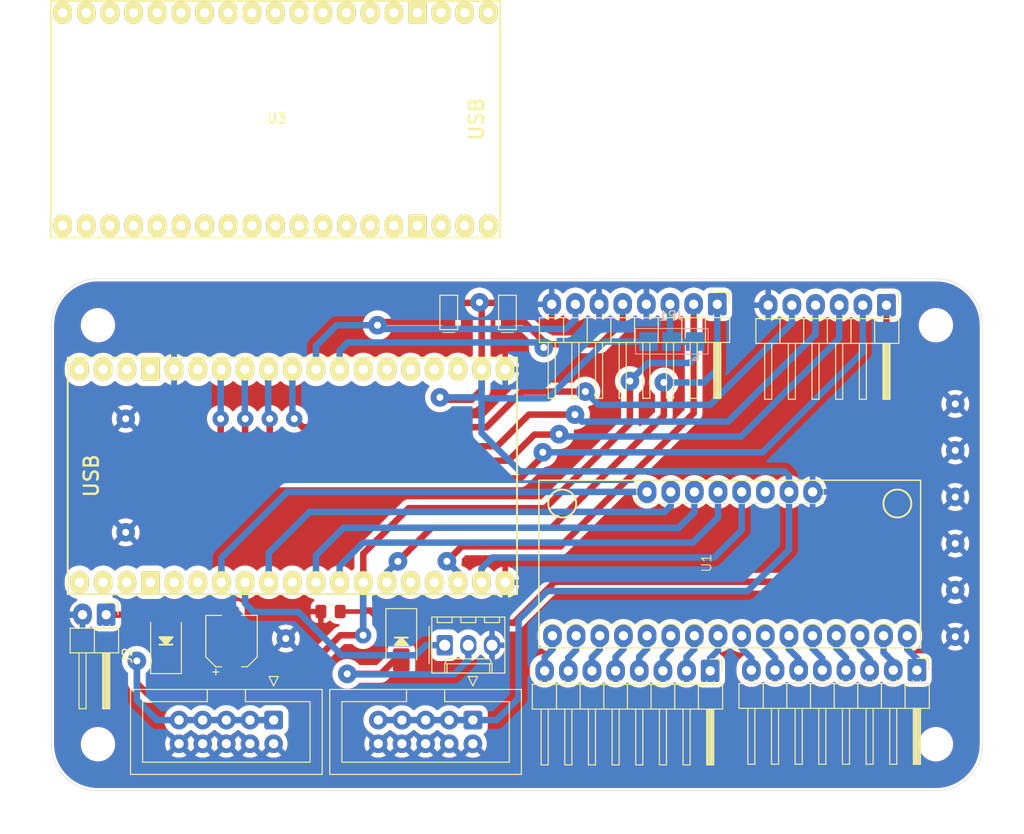
<source format=kicad_pcb>
(kicad_pcb (version 20240108) (generator "pcbnew") (generator_version "8.0")
  (layers (0 "F.Cu" signal) (31 "B.Cu" signal) (34 "B.Paste" user) (35 "F.Paste" user) (36 "B.SilkS" user "B.Silkscreen") (37 "F.SilkS" user "F.Silkscreen") (38 "B.Mask" user) (39 "F.Mask" user) (44 "Edge.Cuts" user))
  (net 0 "")
  (net 1 "GND")
  (net 2 "+5V")
  (net 3 "Net-(D1-A)")
  (net 4 "Net-(D2-A)")
  (net 5 "Net-(J6-Pin_8)")
  (net 6 "Net-(J6-Pin_1)")
  (net 7 "Net-(J6-Pin_5)")
  (net 8 "Net-(J6-Pin_2)")
  (net 9 "Net-(J6-Pin_7)")
  (net 10 "Net-(J6-Pin_6)")
  (net 11 "Net-(J6-Pin_3)")
  (net 12 "Net-(J6-Pin_4)")
  (net 13 "Net-(J7-Pin_7)")
  (net 14 "Net-(J7-Pin_4)")
  (net 15 "Net-(J7-Pin_5)")
  (net 16 "Net-(J7-Pin_2)")
  (net 17 "Net-(J7-Pin_3)")
  (net 18 "Net-(J7-Pin_6)")
  (net 19 "Net-(J7-Pin_1)")
  (net 20 "Net-(J7-Pin_8)")
  (net 21 "/MA1")
  (net 22 "/MB2")
  (net 23 "/MB1")
  (net 24 "/MA2")
  (net 25 "/Button1")
  (net 26 "/Button2")
  (net 27 "/ESC")
  (net 28 "/SDA")
  (net 29 "/SCL")
  (net 30 "+3.3V")
  (net 32 "/S3")
  (net 33 "/S2")
  (net 34 "/SIG")
  (net 35 "/S0")
  (net 36 "/S1")
  (net 49 "unconnected-(U2-GPIO35-Pad7)")
  (net 50 "Net-(J1-Pin_3)")
  (net 51 "unconnected-(U2-GPIO34-Pad6)")
  (footprint "" (layer "F.Cu") (at 108.5 117.6)
    (property "Reference" "" (at 0 0 0) (layer "F.SilkS") (effects (font (size 1.27 1.27))))
    (property "Value" "")
    (pad "" thru_hole circle (at 0 0) (size 2 2) (drill 0.75) (layers "*.Cu" "*.Mask") (net 1 "GND"))
  )
  (footprint "MountingHole:MountingHole_3.2mm_M3_DIN965" (layer "F.Cu") (at 105.52 95.35)
    (property "Reference" "H1" (hide yes))
    (property "Value" "MountingHole" (hide yes))
    (pad "" np_thru_hole circle (at 0 0) (size 3.2 3.2) (drill 3.2) (layers "*.Cu" "*.Mask"))
  )
  (footprint "Connector_IDC:IDC-Header_2x05_P2.54mm_Vertical" (layer "F.Cu") (at 145.79 137.76 -90)
    (property "Reference" "P2" (hide yes))
    (property "Value" "3.3v_Pins")
    (pad "1" thru_hole roundrect (at 0 0 270) (size 2 2) (drill 1) (layers "*.Cu" "*.Mask") (roundrect_rratio 0.147059) (net 30 "+3.3V"))
    (pad "2" thru_hole circle (at 2.54 0 270) (size 2 2) (drill 1) (layers "*.Cu" "*.Mask") (net 1 "GND"))
    (pad "3" thru_hole circle (at 0 2.54 270) (size 2 2) (drill 1) (layers "*.Cu" "*.Mask") (net 30 "+3.3V"))
    (pad "4" thru_hole circle (at 2.54 2.54 270) (size 2 2) (drill 1) (layers "*.Cu" "*.Mask") (net 1 "GND"))
    (pad "5" thru_hole circle (at 0 5.08 270) (size 2 2) (drill 1) (layers "*.Cu" "*.Mask") (net 30 "+3.3V"))
    (pad "6" thru_hole circle (at 2.54 5.08 270) (size 2 2) (drill 1) (layers "*.Cu" "*.Mask") (net 1 "GND"))
    (pad "7" thru_hole circle (at 0 7.62 270) (size 2 2) (drill 1) (layers "*.Cu" "*.Mask") (net 30 "+3.3V"))
    (pad "8" thru_hole circle (at 2.54 7.62 270) (size 2 2) (drill 1) (layers "*.Cu" "*.Mask") (net 1 "GND"))
    (pad "9" thru_hole circle (at 0 10.16 270) (size 2 2) (drill 1) (layers "*.Cu" "*.Mask") (net 30 "+3.3V"))
    (pad "10" thru_hole circle (at 2.54 10.16 270) (size 2 2) (drill 1) (layers "*.Cu" "*.Mask") (net 1 "GND"))
  )
  (footprint "Diode_SMD:D_SMA" (layer "F.Cu") (at 138.1 129.3 -90)
    (property "Reference" "D2" (hide yes))
    (property "Value" "1N5819")
    (pad "1" smd roundrect (at -2 0 270) (size 2.5 1.8) (layers "F.Cu" "F.Paste" "F.Mask") (roundrect_rratio 0.1388888889) (net 2 "+5V"))
    (pad "2" smd roundrect (at 2 0 270) (size 2.5 1.8) (layers "F.Cu" "F.Paste" "F.Mask") (roundrect_rratio 0.1388888889) (net 4 "Net-(D2-A)"))
  )
  (footprint "" (layer "F.Cu") (at 197.6 103.8)
    (property "Reference" "" (at 0 0 0) (layer "F.SilkS") (effects (font (size 1.27 1.27))))
    (property "Value" "")
    (pad "" thru_hole circle (at 0 0) (size 2 2) (drill 0.75) (layers "*.Cu" "*.Mask") (net 1 "GND"))
  )
  (footprint "Connector_PinHeader_2.54mm:PinHeader_1x08_P2.54mm_Horizontal" (layer "F.Cu") (at 172.04 93.1 -90)
    (property "Reference" "J1" (hide yes))
    (property "Value" "Interface")
    (pad "1" thru_hole roundrect (at 0 0 270) (size 2.4 2) (drill 1) (layers "*.Cu" "*.Mask") (roundrect_rratio 0.125) (net 28 "/SDA"))
    (pad "2" thru_hole oval (at 0 2.54 270) (size 2.4 2) (drill 1) (layers "*.Cu" "*.Mask") (net 29 "/SCL"))
    (pad "3" thru_hole oval (at 0 5.08 270) (size 2.4 2) (drill 1) (layers "*.Cu" "*.Mask") (net 50 "Net-(J1-Pin_3)"))
    (pad "4" thru_hole oval (at 0 7.62 270) (size 2.4 2) (drill 1) (layers "*.Cu" "*.Mask") (net 1 "GND"))
    (pad "5" thru_hole oval (at 0 10.16 270) (size 2.4 2) (drill 1) (layers "*.Cu" "*.Mask") (net 25 "/Button1"))
    (pad "6" thru_hole oval (at 0 12.7 270) (size 2.4 2) (drill 1) (layers "*.Cu" "*.Mask") (net 1 "GND"))
    (pad "7" thru_hole oval (at 0 15.24 270) (size 2.4 2) (drill 1) (layers "*.Cu" "*.Mask") (net 26 "/Button2"))
    (pad "8" thru_hole oval (at 0 17.78 270) (size 2.4 2) (drill 1) (layers "*.Cu" "*.Mask") (net 1 "GND"))
  )
  (footprint "Connector_PinHeader_2.54mm:PinHeader_1x02_P2.54mm_Horizontal" (layer "F.Cu") (at 106.405 126.44 -90)
    (property "Reference" "J2" (at 4.385 -2.27 90) (layer "F.SilkS"))
    (property "Value" "Vss")
    (pad "1" thru_hole roundrect (at 0 0 270) (size 2.4 2) (drill 1) (layers "*.Cu" "*.Mask") (roundrect_rratio 0.1470588235) (net 3 "Net-(D1-A)"))
    (pad "2" thru_hole oval (at 0 2.54 270) (size 2.4 2) (drill 1) (layers "*.Cu" "*.Mask") (net 1 "GND") (thermal_bridge_width 0.7) (thermal_gap 0.4))
  )
  (footprint "MixLib:Nodemcu_ESP32S_38pin" (layer "F.Cu") (at 126.4 111.53 180)
    (property "Reference" "U2" (hide yes))
    (property "Value" "ESP32_NODEMCU" (hide yes))
    (fp_text user "USB" (at 21.59 0 90) (layer "F.SilkS") (effects (font (size 1.524 1.524) (thickness 0.254))))
    (pad "1" thru_hole oval (at -22.86 11.43) (size 2 2.4) (drill 1) (layers "*.Cu" "*.Mask" "F.SilkS") (net 1 "GND"))
    (pad "2" thru_hole oval (at -20.32 11.43) (size 2 2.4) (drill 1) (layers "*.Cu" "*.Mask" "F.SilkS") (net 30 "+3.3V"))
    (pad "3" thru_hole oval (at -17.78 11.43) (size 2 2.4) (drill 1) (layers "*.Cu" "*.Mask" "F.SilkS"))
    (pad "4" thru_hole oval (at -15.24 11.43) (size 2 2.4) (drill 1) (layers "*.Cu" "*.Mask" "F.SilkS"))
    (pad "5" thru_hole oval (at -12.7 11.43) (size 2 2.4) (drill 1) (layers "*.Cu" "*.Mask" "F.SilkS"))
    (pad "6" thru_hole oval (at -10.16 11.43) (size 2 2.4) (drill 1) (layers "*.Cu" "*.Mask" "F.SilkS") (net 51 "unconnected-(U2-GPIO34-Pad6)"))
    (pad "7" thru_hole oval (at -7.62 11.43) (size 2 2.4) (drill 1) (layers "*.Cu" "*.Mask" "F.SilkS") (net 49 "unconnected-(U2-GPIO35-Pad7)"))
    (pad "8" thru_hole oval (at -5.08 11.43) (size 2 2.4) (drill 1) (layers "*.Cu" "*.Mask" "F.SilkS") (net 25 "/Button1"))
    (pad "9" thru_hole oval (at -2.54 11.43) (size 2 2.4) (drill 1) (layers "*.Cu" "*.Mask" "F.SilkS") (net 26 "/Button2"))
    (pad "10" thru_hole oval (at 0 11.43) (size 2 2.4) (drill 1) (layers "*.Cu" "*.Mask" "F.SilkS") (net 21 "/MA1"))
    (pad "11" thru_hole oval (at 2.54 11.43) (size 2 2.4) (drill 1) (layers "*.Cu" "*.Mask" "F.SilkS") (net 24 "/MA2"))
    (pad "12" thru_hole oval (at 5.08 11.43) (size 2 2.4) (drill 1) (layers "*.Cu" "*.Mask" "F.SilkS") (net 23 "/MB1"))
    (pad "13" thru_hole oval (at 7.62 11.43) (size 2 2.4) (drill 1) (layers "*.Cu" "*.Mask" "F.SilkS") (net 22 "/MB2"))
    (pad "14" thru_hole oval (at 10.16 11.43) (size 2 2.4) (drill 1) (layers "*.Cu" "*.Mask" "F.SilkS"))
    (pad "15" thru_hole oval (at 12.7 11.43) (size 2 2.4) (drill 1) (layers "*.Cu" "*.Mask" "F.SilkS") (net 1 "GND"))
    (pad "16" thru_hole roundrect (at 15.24 11.43) (size 2 2.4) (drill 1) (layers "*.Cu" "*.Mask" "F.SilkS") (roundrect_rratio 0.125))
    (pad "17" thru_hole oval (at 17.78 11.43) (size 2 2.4) (drill 1) (layers "*.Cu" "*.Mask" "F.SilkS"))
    (pad "18" thru_hole oval (at 20.32 11.43) (size 2 2.4) (drill 1) (layers "*.Cu" "*.Mask" "F.SilkS"))
    (pad "19" thru_hole oval (at 22.86 11.43) (size 2 2.4) (drill 1) (layers "*.Cu" "*.Mask" "F.SilkS"))
    (pad "20" thru_hole oval (at 22.86 -11.43) (size 2 2.4) (drill 1) (layers "*.Cu" "*.Mask" "F.SilkS"))
    (pad "21" thru_hole oval (at 20.32 -11.43) (size 2 2.4) (drill 1) (layers "*.Cu" "*.Mask" "F.SilkS"))
    (pad "22" thru_hole oval (at 17.78 -11.43) (size 2 2.4) (drill 1) (layers "*.Cu" "*.Mask" "F.SilkS"))
    (pad "23" thru_hole roundrect (at 15.24 -11.43) (size 2 2.4) (drill 1) (layers "*.Cu" "*.Mask" "F.SilkS") (roundrect_rratio 0.125))
    (pad "24" thru_hole oval (at 12.7 -11.43) (size 2 2.4) (drill 1) (layers "*.Cu" "*.Mask" "F.SilkS"))
    (pad "25" thru_hole oval (at 10.16 -11.43) (size 2 2.4) (drill 1) (layers "*.Cu" "*.Mask" "F.SilkS"))
    (pad "26" thru_hole oval (at 7.62 -11.43) (size 2 2.4) (drill 1) (layers "*.Cu" "*.Mask" "F.SilkS") (net 34 "/SIG"))
    (pad "27" thru_hole oval (at 5.08 -11.43) (size 2 2.4) (drill 1) (layers "*.Cu" "*.Mask" "F.SilkS") (net 27 "/ESC"))
    (pad "28" thru_hole oval (at 2.54 -11.43) (size 2 2.4) (drill 1) (layers "*.Cu" "*.Mask" "F.SilkS") (net 32 "/S3"))
    (pad "29" thru_hole oval (at 0 -11.43) (size 2 2.4) (drill 1) (layers "*.Cu" "*.Mask" "F.SilkS"))
    (pad "30" thru_hole oval (at -2.54 -11.43) (size 2 2.4) (drill 1) (layers "*.Cu" "*.Mask" "F.SilkS") (net 33 "/S2"))
    (pad "31" thru_hole oval (at -5.08 -11.43) (size 2 2.4) (drill 1) (layers "*.Cu" "*.Mask" "F.SilkS") (net 36 "/S1"))
    (pad "32" thru_hole oval (at -7.62 -11.43) (size 2 2.4) (drill 1) (layers "*.Cu" "*.Mask" "F.SilkS") (net 2 "+5V"))
    (pad "33" thru_hole oval (at -10.16 -11.43) (size 2 2.4) (drill 1) (layers "*.Cu" "*.Mask" "F.SilkS") (net 28 "/SDA"))
    (pad "34" thru_hole oval (at -12.7 -11.43) (size 2 2.4) (drill 1) (layers "*.Cu" "*.Mask" "F.SilkS"))
    (pad "35" thru_hole oval (at -15.24 -11.43) (size 2 2.4) (drill 1) (layers "*.Cu" "*.Mask" "F.SilkS"))
    (pad "36" thru_hole oval (at -17.78 -11.43) (size 2 2.4) (drill 1) (layers "*.Cu" "*.Mask" "F.SilkS") (net 29 "/SCL"))
    (pad "37" thru_hole oval (at -20.32 -11.43) (size 2 2.4) (drill 1) (layers "*.Cu" "*.Mask" "F.SilkS") (net 35 "/S0"))
    (pad "38" thru_hole oval (at -22.86 -11.43) (size 2 2.4) (drill 1) (layers "*.Cu" "*.Mask" "F.SilkS") (net 1 "GND"))
  )
  (footprint "Connector_PinHeader_2.54mm:PinHeader_1x08_P2.54mm_Horizontal" (layer "F.Cu") (at 171.28 132.475 -90)
    (property "Reference" "J6" (hide yes))
    (property "Value" "MUX_header1")
    (pad "1" thru_hole roundrect (at 0 0 270) (size 2.4 2) (drill 1) (layers "*.Cu" "*.Mask") (roundrect_rratio 0.125) (net 6 "Net-(J6-Pin_1)"))
    (pad "2" thru_hole oval (at 0 2.54 270) (size 2.4 2) (drill 1) (layers "*.Cu" "*.Mask") (net 8 "Net-(J6-Pin_2)"))
    (pad "3" thru_hole oval (at 0 5.08 270) (size 2.4 2) (drill 1) (layers "*.Cu" "*.Mask") (net 11 "Net-(J6-Pin_3)"))
    (pad "4" thru_hole oval (at 0 7.62 270) (size 2.4 2) (drill 1) (layers "*.Cu" "*.Mask") (net 12 "Net-(J6-Pin_4)"))
    (pad "5" thru_hole oval (at 0 10.16 270) (size 2.4 2) (drill 1) (layers "*.Cu" "*.Mask") (net 7 "Net-(J6-Pin_5)"))
    (pad "6" thru_hole oval (at 0 12.7 270) (size 2.4 2) (drill 1) (layers "*.Cu" "*.Mask") (net 10 "Net-(J6-Pin_6)"))
    (pad "7" thru_hole oval (at 0 15.24 270) (size 2.4 2) (drill 1) (layers "*.Cu" "*.Mask") (net 9 "Net-(J6-Pin_7)"))
    (pad "8" thru_hole oval (at 0 17.78 270) (size 2.4 2) (drill 1) (layers "*.Cu" "*.Mask") (net 5 "Net-(J6-Pin_8)"))
  )
  (footprint "" (layer "F.Cu") (at 197.6 113.8)
    (property "Reference" "" (at 0 0 0) (layer "F.SilkS") (effects (font (size 1.27 1.27))))
    (property "Value" "")
    (pad "" thru_hole circle (at 0 0) (size 2 2) (drill 0.75) (layers "*.Cu" "*.Mask") (net 1 "GND"))
  )
  (footprint "MixLib:HP4067_module" (layer "F.Cu") (at 173.18 120.95 90)
    (property "Reference" "U1" (at 0.05 -2.3 90) (layer "F.SilkS") (effects (font (thickness 0.1))))
    (property "Value" "MUX 4067")
    (pad "1" thru_hole oval (at -7.75 -18.84 90) (size 2.4 2) (drill 1) (layers "*.Cu" "*.Mask") (net 5 "Net-(J6-Pin_8)"))
    (pad "2" thru_hole oval (at -7.75 -16.3 90) (size 2.4 2) (drill 1) (layers "*.Cu" "*.Mask") (net 9 "Net-(J6-Pin_7)"))
    (pad "3" thru_hole oval (at -7.75 -13.76 90) (size 2.4 2) (drill 1) (layers "*.Cu" "*.Mask") (net 10 "Net-(J6-Pin_6)"))
    (pad "4" thru_hole oval (at -7.75 -11.22 90) (size 2.4 2) (drill 1) (layers "*.Cu" "*.Mask") (net 7 "Net-(J6-Pin_5)"))
    (pad "5" thru_hole oval (at -7.75 -8.68 90) (size 2.4 2) (drill 1) (layers "*.Cu" "*.Mask") (net 12 "Net-(J6-Pin_4)"))
    (pad "6" thru_hole oval (at -7.75 -6.14 90) (size 2.4 2) (drill 1) (layers "*.Cu" "*.Mask") (net 11 "Net-(J6-Pin_3)"))
    (pad "7" thru_hole oval (at -7.75 -3.6 90) (size 2.4 2) (drill 1) (layers "*.Cu" "*.Mask") (net 8 "Net-(J6-Pin_2)"))
    (pad "8" thru_hole oval (at -7.75 -1.06 90) (size 2.4 2) (drill 1) (layers "*.Cu" "*.Mask") (net 6 "Net-(J6-Pin_1)"))
    (pad "9" thru_hole oval (at -7.75 1.48 90) (size 2.4 2) (drill 1) (layers "*.Cu" "*.Mask") (net 20 "Net-(J7-Pin_8)"))
    (pad "10" thru_hole oval (at -7.75 4.02 90) (size 2.4 2) (drill 1) (layers "*.Cu" "*.Mask") (net 13 "Net-(J7-Pin_7)"))
    (pad "11" thru_hole oval (at -7.75 6.56 90) (size 2.4 2) (drill 1) (layers "*.Cu" "*.Mask") (net 18 "Net-(J7-Pin_6)"))
    (pad "12" thru_hole oval (at -7.75 9.1 90) (size 2.4 2) (drill 1) (layers "*.Cu" "*.Mask") (net 15 "Net-(J7-Pin_5)"))
    (pad "13" thru_hole oval (at -7.75 11.64 90) (size 2.4 2) (drill 1) (layers "*.Cu" "*.Mask") (net 14 "Net-(J7-Pin_4)"))
    (pad "14" thru_hole oval (at -7.75 14.18 90) (size 2.4 2) (drill 1) (layers "*.Cu" "*.Mask") (net 17 "Net-(J7-Pin_3)"))
    (pad "15" thru_hole oval (at -7.75 16.72 90) (size 2.4 2) (drill 1) (layers "*.Cu" "*.Mask") (net 16 "Net-(J7-Pin_2)"))
    (pad "16" thru_hole oval (at -7.75 19.26 90) (size 2.4 2) (drill 1) (layers "*.Cu" "*.Mask") (net 19 "Net-(J7-Pin_1)"))
    (pad "17" thru_hole oval (at 7.7 -8.68 90) (size 2.4 2) (drill 1) (layers "*.Cu" "*.Mask") (net 34 "/SIG"))
    (pad "18" thru_hole oval (at 7.7 -6.14 90) (size 2.4 2) (drill 1) (layers "*.Cu" "*.Mask") (net 32 "/S3"))
    (pad "19" thru_hole oval (at 7.7 -3.6 90) (size 2.4 2) (drill 1) (layers "*.Cu" "*.Mask") (net 33 "/S2"))
    (pad "20" thru_hole oval (at 7.7 -1.06 90) (size 2.4 2) (drill 1) (layers "*.Cu" "*.Mask") (net 36 "/S1"))
    (pad "21" thru_hole oval (at 7.7 1.48 90) (size 2.4 2) (drill 1) (layers "*.Cu" "*.Mask") (net 35 "/S0"))
    (pad "22" thru_hole oval (at 7.7 4.02 90) (size 2.4 2) (drill 1) (layers "*.Cu" "*.Mask"))
    (pad "23" thru_hole oval (at 7.7 6.56 90) (size 2.4 2) (drill 1) (layers "*.Cu" "*.Mask") (net 30 "+3.3V"))
    (pad "24" thru_hole oval (at 7.7 9.1 90) (size 2.4 2) (drill 1) (layers "*.Cu" "*.Mask") (net 1 "GND"))
  )
  (footprint "Connector_PinHeader_2.54mm:PinHeader_1x08_P2.54mm_Horizontal" (layer "F.Cu") (at 193.48 132.4 -90)
    (property "Reference" "J7" (hide yes))
    (property "Value" "MUX_header2")
    (pad "1" thru_hole roundrect (at 0 0 270) (size 2.4 2) (drill 1) (layers "*.Cu" "*.Mask") (roundrect_rratio 0.125) (net 19 "Net-(J7-Pin_1)"))
    (pad "2" thru_hole oval (at 0 2.54 270) (size 2.4 2) (drill 1) (layers "*.Cu" "*.Mask") (net 16 "Net-(J7-Pin_2)"))
    (pad "3" thru_hole oval (at 0 5.08 270) (size 2.4 2) (drill 1) (layers "*.Cu" "*.Mask") (net 17 "Net-(J7-Pin_3)"))
    (pad "4" thru_hole oval (at 0 7.62 270) (size 2.4 2) (drill 1) (layers "*.Cu" "*.Mask") (net 14 "Net-(J7-Pin_4)"))
    (pad "5" thru_hole oval (at 0 10.16 270) (size 2.4 2) (drill 1) (layers "*.Cu" "*.Mask") (net 15 "Net-(J7-Pin_5)"))
    (pad "6" thru_hole oval (at 0 12.7 270) (size 2.4 2) (drill 1) (layers "*.Cu" "*.Mask") (net 18 "Net-(J7-Pin_6)"))
    (pad "7" thru_hole oval (at 0 15.24 270) (size 2.4 2) (drill 1) (layers "*.Cu" "*.Mask") (net 13 "Net-(J7-Pin_7)"))
    (pad "8" thru_hole oval (at 0 17.78 270) (size 2.4 2) (drill 1) (layers "*.Cu" "*.Mask") (net 20 "Net-(J7-Pin_8)"))
  )
  (footprint "PCM_Resistor_SMD_AKL:R_0805_2012Metric_Pad1.15x1.40mm_HandSolder" (layer "F.Cu") (at 149.5 93.975 -90)
    (property "Reference" "R1" (hide yes))
    (property "Value" "10k")
    (pad "1" smd roundrect (at -1.025 0 270) (size 1.15 1.4) (layers "F.Cu" "F.Paste" "F.Mask") (roundrect_rratio 0.217391) (net 30 "+3.3V"))
    (pad "2" smd roundrect (at 1.025 0 270) (size 1.15 1.4) (layers "F.Cu" "F.Paste" "F.Mask") (roundrect_rratio 0.217391) (net 25 "/Button1"))
  )
  (footprint "Connector_PinHeader_2.54mm:PinHeader_1x06_P2.54mm_Horizontal" (layer "F.Cu") (at 190.21 93.2 -90)
    (property "Reference" "J5" (hide yes))
    (property "Value" "Driver")
    (pad "1" thru_hole roundrect (at 0 0 270) (size 2.4 2) (drill 1) (layers "*.Cu" "*.Mask") (roundrect_rratio 0.125) (net 2 "+5V"))
    (pad "2" thru_hole oval (at 0 2.54 270) (size 2.4 2) (drill 1) (layers "*.Cu" "*.Mask") (net 22 "/MB2"))
    (pad "3" thru_hole oval (at 0 5.08 270) (size 2.4 2) (drill 1) (layers "*.Cu" "*.Mask") (net 23 "/MB1"))
    (pad "4" thru_hole oval (at 0 7.62 270) (size 2.4 2) (drill 1) (layers "*.Cu" "*.Mask") (net 24 "/MA2"))
    (pad "5" thru_hole oval (at 0 10.16 270) (size 2.4 2) (drill 1) (layers "*.Cu" "*.Mask") (net 21 "/MA1"))
    (pad "6" thru_hole oval (at 0 12.7 270) (size 2.4 2) (drill 1) (layers "*.Cu" "*.Mask") (net 1 "GND"))
  )
  (footprint "" (layer "F.Cu") (at 108.5 105.4)
    (property "Reference" "" (at 0 0 0) (layer "F.SilkS") (effects (font (size 1.27 1.27))))
    (property "Value" "")
    (pad "" thru_hole circle (at 0 0) (size 2 2) (drill 0.75) (layers "*.Cu" "*.Mask") (net 1 "GND"))
  )
  (footprint "MountingHole:MountingHole_3.2mm_M3_DIN965" (layer "F.Cu") (at 195.52 140.35)
    (property "Reference" "H4" (hide yes))
    (property "Value" "MountingHole")
    (pad "" np_thru_hole circle (at 0 0) (size 3.2 3.2) (drill 3.2) (layers "*.Cu" "*.Mask"))
  )
  (footprint "PCM_Resistor_SMD_AKL:R_0805_2012Metric_Pad1.15x1.40mm_HandSolder" (layer "F.Cu") (at 143.2 93.975 -90)
    (property "Reference" "R2" (hide yes))
    (property "Value" "10k")
    (pad "1" smd roundrect (at -1.025 0 270) (size 1.15 1.4) (layers "F.Cu" "F.Paste" "F.Mask") (roundrect_rratio 0.217391) (net 30 "+3.3V"))
    (pad "2" smd roundrect (at 1.025 0 270) (size 1.15 1.4) (layers "F.Cu" "F.Paste" "F.Mask") (roundrect_rratio 0.217391) (net 26 "/Button2"))
  )
  (footprint "Capacitor_SMD:C_0805_2012Metric_Pad1.18x1.45mm_HandSolder" (layer "F.Cu") (at 130.5 126.1 180)
    (property "Reference" "C2" (hide yes))
    (property "Value" "100nF")
    (pad "1" smd roundrect (at -1.0375 0 180) (size 1.175 1.45) (layers "F.Cu" "F.Paste" "F.Mask") (roundrect_rratio 0.212766) (net 2 "+5V"))
    (pad "2" smd roundrect (at 1.0375 0 180) (size 1.175 1.45) (layers "F.Cu" "F.Paste" "F.Mask") (roundrect_rratio 0.212766) (net 1 "GND"))
  )
  (footprint "" (layer "F.Cu") (at 125.7 129)
    (property "Reference" "" (at 0 0 0) (layer "F.SilkS") (effects (font (size 1.27 1.27))))
    (property "Value" "")
    (pad "" thru_hole circle (at 0 0) (size 2 2) (drill 0.75) (layers "*.Cu" "*.Mask") (net 1 "GND"))
  )
  (footprint "" (layer "F.Cu") (at 197.6 118.8)
    (property "Reference" "" (at 0 0 0) (layer "F.SilkS") (effects (font (size 1.27 1.27))))
    (property "Value" "")
    (pad "" thru_hole circle (at 0 0) (size 2 2) (drill 0.75) (layers "*.Cu" "*.Mask") (net 1 "GND"))
  )
  (footprint "Connector_IDC:IDC-Header_2x05_P2.54mm_Vertical" (layer "F.Cu") (at 124.39 137.76 -90)
    (property "Reference" "P1" (hide yes))
    (property "Value" "5v_Pins")
    (pad "1" thru_hole roundrect (at 0 0 270) (size 2 2) (drill 1) (layers "*.Cu" "*.Mask") (roundrect_rratio 0.147059) (net 2 "+5V"))
    (pad "2" thru_hole circle (at 2.54 0 270) (size 2 2) (drill 1) (layers "*.Cu" "*.Mask") (net 1 "GND"))
    (pad "3" thru_hole circle (at 0 2.54 270) (size 2 2) (drill 1) (layers "*.Cu" "*.Mask") (net 2 "+5V"))
    (pad "4" thru_hole circle (at 2.54 2.54 270) (size 2 2) (drill 1) (layers "*.Cu" "*.Mask") (net 1 "GND"))
    (pad "5" thru_hole circle (at 0 5.08 270) (size 2 2) (drill 1) (layers "*.Cu" "*.Mask") (net 2 "+5V"))
    (pad "6" thru_hole circle (at 2.54 5.08 270) (size 2 2) (drill 1) (layers "*.Cu" "*.Mask") (net 1 "GND"))
    (pad "7" thru_hole circle (at 0 7.62 270) (size 2 2) (drill 1) (layers "*.Cu" "*.Mask") (net 2 "+5V"))
    (pad "8" thru_hole circle (at 2.54 7.62 270) (size 2 2) (drill 1) (layers "*.Cu" "*.Mask") (net 1 "GND"))
    (pad "9" thru_hole circle (at 0 10.16 270) (size 2 2) (drill 1) (layers "*.Cu" "*.Mask") (net 2 "+5V"))
    (pad "10" thru_hole circle (at 2.54 10.16 270) (size 2 2) (drill 1) (layers "*.Cu" "*.Mask") (net 1 "GND"))
  )
  (footprint "Capacitor_SMD:CP_Elec_5x4.5" (layer "F.Cu") (at 119.87 129.2775 90)
    (property "Reference" "C1" (hide yes))
    (property "Value" "100uF")
    (pad "1" smd roundrect (at -2.2 0 90) (size 3 1.6) (layers "F.Cu" "F.Paste" "F.Mask") (roundrect_rratio 0.15625) (net 2 "+5V"))
    (pad "2" smd roundrect (at 2.2 0 90) (size 3 1.6) (layers "F.Cu" "F.Paste" "F.Mask") (roundrect_rratio 0.15625) (net 1 "GND"))
  )
  (footprint "Connector_Molex:Molex_KK-254_AE-6410-03A_1x03_P2.54mm_Vertical" (layer "F.Cu") (at 142.76 129.72)
    (property "Reference" "J4" (hide yes))
    (property "Value" "Conn_01x03_Pin" (hide yes))
    (pad "1" thru_hole roundrect (at 0 0) (size 1.74 2.19) (drill 1.19) (layers "*.Cu" "*.Mask") (roundrect_rratio 0.143678) (net 27 "/ESC"))
    (pad "2" thru_hole oval (at 2.54 0) (size 1.74 2.19) (drill 1.19) (layers "*.Cu" "*.Mask") (net 4 "Net-(D2-A)"))
    (pad "3" thru_hole oval (at 5.08 0) (size 1.74 2.19) (drill 1.19) (layers "*.Cu" "*.Mask") (net 1 "GND"))
  )
  (footprint "Diode_SMD:D_SMA" (layer "F.Cu") (at 112.83 129.255 90)
    (property "Reference" "D1" (hide yes))
    (property "Value" "1N5819")
    (pad "1" smd roundrect (at -2 0 90) (size 2.5 1.8) (layers "F.Cu" "F.Paste" "F.Mask") (roundrect_rratio 0.1388888889) (net 2 "+5V"))
    (pad "2" smd roundrect (at 2 0 90) (size 2.5 1.8) (layers "F.Cu" "F.Paste" "F.Mask") (roundrect_rratio 0.1388888889) (net 3 "Net-(D1-A)"))
  )
  (footprint "" (layer "F.Cu") (at 197.6 123.8)
    (property "Reference" "" (at 0 0 0) (layer "F.SilkS") (effects (font (size 1.27 1.27))))
    (property "Value" "")
    (pad "" thru_hole circle (at 0 0) (size 2 2) (drill 0.75) (layers "*.Cu" "*.Mask") (net 1 "GND"))
  )
  (footprint "MountingHole:MountingHole_3.2mm_M3_DIN965" (layer "F.Cu") (at 105.52 140.35)
    (property "Reference" "H2" (hide yes))
    (property "Value" "MountingHole" (hide yes))
    (pad "" np_thru_hole circle (at 0 0) (size 3.2 3.2) (drill 3.2) (layers "*.Cu" "*.Mask"))
  )
  (footprint "" (layer "F.Cu") (at 197.6 108.8)
    (property "Reference" "" (at 0 0 0) (layer "F.SilkS") (effects (font (size 1.27 1.27))))
    (property "Value" "")
    (pad "" thru_hole circle (at 0 0) (size 2 2) (drill 0.75) (layers "*.Cu" "*.Mask") (net 1 "GND"))
  )
  (footprint "MixLib:Nodemcu_ESP32S_38pin" (layer "F.Cu") (at 124.59 73.22)
    (property "Reference" "U3" (at 0.127 -0.0635 0) (layer "F.SilkS") (effects (font (size 1.016 1.016) (thickness 0.2032))))
    (property "Value" "~" (hide yes))
    (fp_text user "USB" (at 21.59 0 90) (layer "F.SilkS") (effects (font (size 1.524 1.524) (thickness 0.254))))
    (pad "1" thru_hole oval (at -22.86 11.43 180) (size 2 2.4) (drill 1) (layers "*.Cu" "*.Mask" "F.SilkS") (net 30 "+3.3V"))
    (pad "2" thru_hole oval (at -20.32 11.43 180) (size 2 2.4) (drill 1) (layers "*.Cu" "*.Mask" "F.SilkS"))
    (pad "3" thru_hole oval (at -17.78 11.43 180) (size 2 2.4) (drill 1) (layers "*.Cu" "*.Mask" "F.SilkS"))
    (pad "4" thru_hole oval (at -15.24 11.43 180) (size 2 2.4) (drill 1) (layers "*.Cu" "*.Mask" "F.SilkS"))
    (pad "5" thru_hole oval (at -12.7 11.43 180) (size 2 2.4) (drill 1) (layers "*.Cu" "*.Mask" "F.SilkS"))
    (pad "6" thru_hole oval (at -10.16 11.43 180) (size 2 2.4) (drill 1) (layers "*.Cu" "*.Mask" "F.SilkS"))
    (pad "7" thru_hole oval (at -7.62 11.43 180) (size 2 2.4) (drill 1) (layers "*.Cu" "*.Mask" "F.SilkS") (net 25 "/Button1"))
    (pad "8" thru_hole oval (at -5.08 11.43 180) (size 2 2.4) (drill 1) (layers "*.Cu" "*.Mask" "F.SilkS") (net 26 "/Button2"))
    (pad "9" thru_hole oval (at -2.54 11.43 180) (size 2 2.4) (drill 1) (layers "*.Cu" "*.Mask" "F.SilkS") (net 21 "/MA1"))
    (pad "10" thru_hole oval (at 0 11.43 180) (size 2 2.4) (drill 1) (layers "*.Cu" "*.Mask" "F.SilkS"))
    (pad "11" thru_hole oval (at 2.54 11.43 180) (size 2 2.4) (drill 1) (layers "*.Cu" "*.Mask" "F.SilkS") (net 24 "/MA2"))
    (pad "12" thru_hole oval (at 5.08 11.43 180) (size 2 2.4) (drill 1) (layers "*.Cu" "*.Mask" "F.SilkS") (net 22 "/MB2"))
    (pad "13" thru_hole oval (at 7.62 11.43 180) (size 2 2.4) (drill 1) (layers "*.Cu" "*.Mask" "F.SilkS"))
    (pad "14" thru_hole oval (at 10.16 11.43 180) (size 2 2.4) (drill 1) (layers "*.Cu" "*.Mask" "F.SilkS") (net 1 "GND"))
    (pad "15" thru_hole oval (at 12.7 11.43 180) (size 2 2.4) (drill 1) (layers "*.Cu" "*.Mask" "F.SilkS") (net 1 "GND"))
    (pad "16" thru_hole roundrect (at 15.24 11.43 180) (size 2 2.4) (drill 1) (layers "*.Cu" "*.Mask" "F.SilkS") (roundrect_rratio 0.125))
    (pad "17" thru_hole oval (at 17.78 11.43 180) (size 2 2.4) (drill 1) (layers "*.Cu" "*.Mask" "F.SilkS"))
    (pad "18" thru_hole oval (at 20.32 11.43 180) (size 2 2.4) (drill 1) (layers "*.Cu" "*.Mask" "F.SilkS"))
    (pad "19" thru_hole oval (at 22.86 11.43 180) (size 2 2.4) (drill 1) (layers "*.Cu" "*.Mask" "F.SilkS"))
    (pad "20" thru_hole oval (at 22.86 -11.43 180) (size 2 2.4) (drill 1) (layers "*.Cu" "*.Mask" "F.SilkS"))
    (pad "21" thru_hole oval (at 20.32 -11.43 180) (size 2 2.4) (drill 1) (layers "*.Cu" "*.Mask" "F.SilkS"))
    (pad "22" thru_hole oval (at 17.78 -11.43 180) (size 2 2.4) (drill 1) (layers "*.Cu" "*.Mask" "F.SilkS"))
    (pad "23" thru_hole roundrect (at 15.24 -11.43 180) (size 2 2.4) (drill 1) (layers "*.Cu" "*.Mask" "F.SilkS") (roundrect_rratio 0.125))
    (pad "24" thru_hole oval (at 12.7 -11.43 180) (size 2 2.4) (drill 1) (layers "*.Cu" "*.Mask" "F.SilkS"))
    (pad "25" thru_hole oval (at 10.16 -11.43 180) (size 2 2.4) (drill 1) (layers "*.Cu" "*.Mask" "F.SilkS"))
    (pad "26" thru_hole oval (at 7.62 -11.43 180) (size 2 2.4) (drill 1) (layers "*.Cu" "*.Mask" "F.SilkS") (net 34 "/SIG"))
    (pad "27" thru_hole oval (at 5.08 -11.43 180) (size 2 2.4) (drill 1) (layers "*.Cu" "*.Mask" "F.SilkS") (net 27 "/ESC"))
    (pad "28" thru_hole oval (at 2.54 -11.43 180) (size 2 2.4) (drill 1) (layers "*.Cu" "*.Mask" "F.SilkS") (net 32 "/S3"))
    (pad "29" thru_hole oval (at 0 -11.43 180) (size 2 2.4) (drill 1) (layers "*.Cu" "*.Mask" "F.SilkS"))
    (pad "30" thru_hole oval (at -2.54 -11.43 180) (size 2 2.4) (drill 1) (layers "*.Cu" "*.Mask" "F.SilkS") (net 33 "/S2"))
    (pad "31" thru_hole oval (at -5.08 -11.43 180) (size 2 2.4) (drill 1) (layers "*.Cu" "*.Mask" "F.SilkS") (net 36 "/S1"))
    (pad "32" thru_hole oval (at -7.62 -11.43 180) (size 2 2.4) (drill 1) (layers "*.Cu" "*.Mask" "F.SilkS"))
    (pad "33" thru_hole oval (at -10.16 -11.43 180) (size 2 2.4) (drill 1) (layers "*.Cu" "*.Mask" "F.SilkS") (net 28 "/SDA"))
    (pad "34" thru_hole oval (at -12.7 -11.43 180) (size 2 2.4) (drill 1) (layers "*.Cu" "*.Mask" "F.SilkS"))
    (pad "35" thru_hole oval (at -15.24 -11.43 180) (size 2 2.4) (drill 1) (layers "*.Cu" "*.Mask" "F.SilkS"))
    (pad "36" thru_hole oval (at -17.78 -11.43 180) (size 2 2.4) (drill 1) (layers "*.Cu" "*.Mask" "F.SilkS") (net 29 "/SCL"))
    (pad "37" thru_hole oval (at -20.32 -11.43 180) (size 2 2.4) (drill 1) (layers "*.Cu" "*.Mask" "F.SilkS") (net 35 "/S0"))
    (pad "38" thru_hole oval (at -22.86 -11.43 180) (size 2 2.4) (drill 1) (layers "*.Cu" "*.Mask" "F.SilkS") (net 1 "GND"))
  )
  (footprint "" (layer "F.Cu") (at 197.6 128.8)
    (property "Reference" "" (at 0 0 0) (layer "F.SilkS") (effects (font (size 1.27 1.27))))
    (property "Value" "")
    (pad "" thru_hole circle (at 0 0) (size 2 2) (drill 0.75) (layers "*.Cu" "*.Mask") (net 1 "GND"))
  )
  (footprint "MountingHole:MountingHole_3.2mm_M3_DIN965" (layer "F.Cu") (at 195.52 95.35)
    (property "Reference" "H3" (hide yes))
    (property "Value" "MountingHole" (hide yes))
    (pad "" np_thru_hole circle (at 0 0) (size 3.2 3.2) (drill 3.2) (layers "*.Cu" "*.Mask"))
  )
  (footprint "MixLib:SolderJumper-3_Big_Bridged" (layer "B.Cu") (at 167 97.15 180)
    (property "Reference" "JP1" (at -0.1 2.8 0) (layer "B.SilkS") (effects (justify mirror)))
    (property "Value" "OLED_tension")
    (fp_poly (pts (xy -1.9 0.4) (xy -1 0.4) (xy -1 -0.3) (xy -1.9 -0.3)) (fill solid) (layer "B.Cu"))
    (pad "1" smd rect (at -2.65 0.05 180) (size 2 2) (layers "B.Cu" "B.Mask") (net 2 "+5V"))
    (pad "2" smd rect (at -0.15 0.05 180) (size 2 2) (layers "B.Cu" "B.Mask") (net 50 "Net-(J1-Pin_3)"))
    (pad "3" smd rect (at 2.35 0.05 180) (size 2 2) (layers "B.Cu" "B.Mask") (net 30 "+3.3V"))
  )
  (gr_arc (start 100.52 95.35) (mid 101.984466 91.814466) (end 105.52 90.35) (stroke (width 0.05)) (layer "Edge.Cuts"))
  (gr_line (start 105.52 90.35) (end 195.52 90.35) (stroke (width 0.05)) (layer "Edge.Cuts"))
  (gr_arc (start 200.52 140.35) (mid 199.055534 143.885534) (end 195.52 145.35) (stroke (width 0.05)) (layer "Edge.Cuts"))
  (gr_line (start 195.52 145.35) (end 105.52 145.35) (stroke (width 0.05)) (layer "Edge.Cuts"))
  (gr_arc (start 195.52 90.35) (mid 199.055534 91.814466) (end 200.52 95.35) (stroke (width 0.05)) (layer "Edge.Cuts"))
  (gr_line (start 200.52 95.35) (end 200.52 140.35) (stroke (width 0.05)) (layer "Edge.Cuts"))
  (gr_arc (start 105.52 145.35) (mid 101.984466 143.885534) (end 100.52 140.35) (stroke (width 0.05)) (layer "Edge.Cuts"))
  (gr_line (start 100.52 140.35) (end 100.52 95.35) (stroke (width 0.05)) (layer "Edge.Cuts"))
  (segment (start 119.87 127.0775) (end 116.9275 127.0775) (width 0.5) (layer "F.Cu") (net 1))
  (segment (start 119.7 134.95) (end 125.25 134.95) (width 0.7) (layer "F.Cu") (net 2))
  (segment (start 131.5375 126.1) (end 133.9 126.1) (width 0.5) (layer "F.Cu") (net 2))
  (segment (start 119.685 131.415) (end 119.87 131.6) (width 0.7) (layer "F.Cu") (net 2))
  (segment (start 183.5 122.9) (end 154.6 122.9) (width 0.7) (layer "F.Cu") (net 2))
  (segment (start 125.25 134.95) (end 131.55 128.65) (width 0.7) (layer "F.Cu") (net 2))
  (segment (start 119.87 134.78) (end 119.7 134.95) (width 0.7) (layer "F.Cu") (net 2))
  (segment (start 133.9 126.1) (end 134 126) (width 0.5) (layer "F.Cu") (net 2))
  (segment (start 190.21 116.19) (end 183.5 122.9) (width 0.7) (layer "F.Cu") (net 2))
  (segment (start 190.21 93.2) (end 190.21 116.19) (width 0.7) (layer "F.Cu") (net 2))
  (segment (start 109.7 133.8) (end 110.85 134.95) (width 0.7) (layer "F.Cu") (net 2))
  (segment (start 109.7 131.4) (end 109.9 131.4) (width 0.7) (layer "F.Cu") (net 2))
  (segment (start 112.645 131.6) (end 112.83 131.415) (width 0.7) (layer "F.Cu") (net 2))
  (segment (start 110.85 134.95) (end 112.7 134.95) (width 0.7) (layer "F.Cu") (net 2))
  (segment (start 153.55 115) (end 138.9 115) (width 0.7) (layer "F.Cu") (net 2))
  (segment (start 138.9 115) (end 134.02 119.88) (width 0.7) (layer "F.Cu") (net 2))
  (segment (start 162.65 101.35) (end 162.65 105.9) (width 0.7) (layer "F.Cu") (net 2))
  (segment (start 134 122.98) (end 134.02 122.96) (width 0.7) (layer "F.Cu") (net 2))
  (segment (start 134 126) (end 134 122.98) (width 0.7) (layer "F.Cu") (net 2))
  (segment (start 112.83 134.82) (end 112.7 134.95) (width 0.7) (layer "F.Cu") (net 2))
  (segment (start 131.55 128.65) (end 134 128.65) (width 0.7) (layer "F.Cu") (net 2))
  (segment (start 162.65 105.9) (end 153.55 115) (width 0.7) (layer "F.Cu") (net 2))
  (segment (start 154.6 122.9) (end 150.2 127.3) (width 0.7) (layer "F.Cu") (net 2))
  (segment (start 136.1 127.3) (end 134.8 126) (width 0.7) (layer "F.Cu") (net 2))
  (segment (start 134.8 126) (end 134 126) (width 0.7) (layer "F.Cu") (net 2))
  (segment (start 112.7 134.95) (end 119.7 134.95) (width 0.7) (layer "F.Cu") (net 2))
  (segment (start 134 128.65) (end 134 126) (width 0.7) (layer "F.Cu") (net 2))
  (segment (start 109.7 131.4) (end 109.7 133.8) (width 0.7) (layer "F.Cu") (net 2))
  (segment (start 134.02 119.88) (end 134.02 122.96) (width 0.7) (layer "F.Cu") (net 2))
  (segment (start 150.2 127.3) (end 136.1 127.3) (width 0.7) (layer "F.Cu") (net 2))
  (segment (start 119.87 131.4775) (end 119.87 134.78) (width 0.7) (layer "F.Cu") (net 2))
  (segment (start 112.83 131.255) (end 112.83 134.82) (width 0.7) (layer "F.Cu") (net 2))
  (via (at 134 128.65) (size 1.75) (drill 0.75) (layers "F.Cu" "B.Cu") (net 2))
  (via (at 109.7 131.4) (size 2) (drill 0.75) (layers "F.Cu" "B.Cu") (net 2))
  (via (at 162.65 101.35) (size 2) (drill 0.75) (layers "F.Cu" "B.Cu") (net 2))
  (segment (start 169.65 98.85) (end 169.65 97.1) (width 0.7) (layer "B.Cu") (net 2))
  (segment (start 111.86 137.76) (end 114.23 137.76) (width 0.7) (layer "B.Cu") (net 2))
  (segment (start 134.02 128.63) (end 134.02 122.96) (width 0.7) (layer "B.Cu") (net 2))
  (segment (start 124.39 137.76) (end 114.23 137.76) (width 0.7) (layer "B.Cu") (net 2))
  (segment (start 162.65 101.35) (end 164.6 99.4) (width 0.7) (layer "B.Cu") (net 2))
  (segment (start 134 128.65) (end 134.02 128.63) (width 0.7) (layer "B.Cu") (net 2))
  (segment (start 109.7 131.4) (end 109.7 135.6) (width 0.7) (layer "B.Cu") (net 2))
  (segment (start 169.1 99.4) (end 169.65 98.85) (width 0.7) (layer "B.Cu") (net 2))
  (segment (start 164.6 99.4) (end 169.1 99.4) (width 0.7) (layer "B.Cu") (net 2))
  (segment (start 109.7 135.6) (end 111.86 137.76) (width 0.7) (layer "B.Cu") (net 2))
  (segment (start 106.405 126.44) (end 109.14 126.44) (width 0.7) (layer "F.Cu") (net 3))
  (segment (start 109.955 127.255) (end 112.83 127.255) (width 0.7) (layer "F.Cu") (net 3))
  (segment (start 109.14 126.44) (end 109.955 127.255) (width 0.7) (layer "F.Cu") (net 3))
  (segment (start 132.3 132.8) (end 135.9 132.8) (width 0.7) (layer "F.Cu") (net 4))
  (segment (start 137.4 131.3) (end 138.1 131.3) (width 0.7) (layer "F.Cu") (net 4))
  (segment (start 135.9 132.8) (end 137.4 131.3) (width 0.7) (layer "F.Cu") (net 4))
  (via (at 132.3 132.8) (size 2) (drill 0.75) (layers "F.Cu" "B.Cu") (net 4))
  (segment (start 143.75 132.85) (end 145.3 131.3) (width 0.7) (layer "B.Cu") (net 4))
  (segment (start 132.3 132.8) (end 132.35 132.85) (width 0.7) (layer "B.Cu") (net 4))
  (segment (start 132.35 132.85) (end 143.75 132.85) (width 0.7) (layer "B.Cu") (net 4))
  (segment (start 145.3 131.3) (end 145.3 129.72) (width 0.7) (layer "B.Cu") (net 4))
  (segment (start 153.5 131) (end 153.5 132.475) (width 0.7) (layer "B.Cu") (net 5))
  (segment (start 154.34 128.7) (end 154.34 130.16) (width 0.7) (layer "B.Cu") (net 5))
  (segment (start 154.34 130.16) (end 153.5 131) (width 0.7) (layer "B.Cu") (net 5))
  (segment (start 172.12 130.28) (end 171.28 131.12) (width 0.7) (layer "B.Cu") (net 6))
  (segment (start 172.12 128.7) (end 172.12 130.28) (width 0.7) (layer "B.Cu") (net 6))
  (segment (start 171.28 131.12) (end 171.28 132.475) (width 0.7) (layer "B.Cu") (net 6))
  (segment (start 161.96 128.7) (end 161.96 130.14) (width 0.7) (layer "B.Cu") (net 7))
  (segment (start 161.12 130.98) (end 161.12 132.475) (width 0.7) (layer "B.Cu") (net 7))
  (segment (start 161.96 130.14) (end 161.12 130.98) (width 0.7) (layer "B.Cu") (net 7))
  (segment (start 168.74 130.96) (end 168.74 132.475) (width 0.7) (layer "B.Cu") (net 8))
  (segment (start 169.58 130.12) (end 168.74 130.96) (width 0.7) (layer "B.Cu") (net 8))
  (segment (start 169.58 128.7) (end 169.58 130.12) (width 0.7) (layer "B.Cu") (net 8))
  (segment (start 156.04 131.06) (end 156.04 132.475) (width 0.7) (layer "B.Cu") (net 9))
  (segment (start 156.88 128.7) (end 156.88 130.22) (width 0.7) (layer "B.Cu") (net 9))
  (segment (start 156.88 130.22) (end 156.04 131.06) (width 0.7) (layer "B.Cu") (net 9))
  (segment (start 159.42 130.18) (end 158.58 131.02) (width 0.7) (layer "B.Cu") (net 10))
  (segment (start 159.42 128.7) (end 159.42 130.18) (width 0.7) (layer "B.Cu") (net 10))
  (segment (start 158.58 131.02) (end 158.58 132.475) (width 0.7) (layer "B.Cu") (net 10))
  (segment (start 166.2 131) (end 166.2 132.475) (width 0.7) (layer "B.Cu") (net 11))
  (segment (start 167.04 128.7) (end 167.04 130.16) (width 0.7) (layer "B.Cu") (net 11))
  (segment (start 167.04 130.16) (end 166.2 131) (width 0.7) (layer "B.Cu") (net 11))
  (segment (start 164.5 128.7) (end 164.5 130.1) (width 0.7) (layer "B.Cu") (net 12))
  (segment (start 163.66 130.94) (end 163.66 132.475) (width 0.7) (layer "B.Cu") (net 12))
  (segment (start 164.5 130.1) (end 163.66 130.94) (width 0.7) (layer "B.Cu") (net 12))
  (segment (start 177.2 130) (end 178.24 131.04) (width 0.7) (layer "B.Cu") (net 13))
  (segment (start 178.24 131.04) (end 178.24 132.4) (width 0.7) (layer "B.Cu") (net 13))
  (segment (start 177.2 128.7) (end 177.2 130) (width 0.7) (layer "B.Cu") (net 13))
  (segment (start 185.86 131.06) (end 185.86 132.4) (width 0.7) (layer "B.Cu") (net 14))
  (segment (start 184.82 128.7) (end 184.82 130.02) (width 0.7) (layer "B.Cu") (net 14))
  (segment (start 184.82 130.02) (end 185.86 131.06) (width 0.7) (layer "B.Cu") (net 14))
  (segment (start 182.28 130.08) (end 183.32 131.12) (width 0.7) (layer "B.Cu") (net 15))
  (segment (start 183.32 131.12) (end 183.32 132.4) (width 0.7) (layer "B.Cu") (net 15))
  (segment (start 182.28 128.7) (end 182.28 130.08) (width 0.7) (layer "B.Cu") (net 15))
  (segment (start 190.94 131.54) (end 190.94 132.4) (width 0.7) (layer "B.Cu") (net 16))
  (segment (start 189.9 128.7) (end 189.9 130.5) (width 0.7) (layer "B.Cu") (net 16))
  (segment (start 189.9 130.5) (end 190.94 131.54) (width 0.7) (layer "B.Cu") (net 16))
  (segment (start 187.36 128.7) (end 187.36 130.16) (width 0.7) (layer "B.Cu") (net 17))
  (segment (start 188.4 131.2) (end 188.4 132.4) (width 0.7) (layer "B.Cu") (net 17))
  (segment (start 187.36 130.16) (end 188.4 131.2) (width 0.7) (layer "B.Cu") (net 17))
  (segment (start 179.74 130.14) (end 180.78 131.18) (width 0.7) (layer "B.Cu") (net 18))
  (segment (start 180.78 131.18) (end 180.78 132.4) (width 0.7) (layer "B.Cu") (net 18))
  (segment (start 179.74 128.7) (end 179.74 130.14) (width 0.7) (layer "B.Cu") (net 18))
  (segment (start 192.44 128.7) (end 192.44 130.14) (width 0.7) (layer "B.Cu") (net 19))
  (segment (start 192.44 130.14) (end 193.48 131.18) (width 0.7) (layer "B.Cu") (net 19))
  (segment (start 193.48 131.18) (end 193.48 132.4) (width 0.7) (layer "B.Cu") (net 19))
  (segment (start 174.66 130.06) (end 175.7 131.1) (width 0.7) (layer "B.Cu") (net 20))
  (segment (start 175.7 131.1) (end 175.7 132.4) (width 0.7) (layer "B.Cu") (net 20))
  (segment (start 174.66 128.7) (end 174.66 130.06) (width 0.7) (layer "B.Cu") (net 20))
  (segment (start 157.875 102.475) (end 151.075 102.475) (width 0.7) (layer "F.Cu") (net 21))
  (segment (start 127.5 106.3) (end 126.6 105.4) (width 0.7) (layer "F.Cu") (net 21))
  (segment (start 147.25 106.3) (end 127.5 106.3) (width 0.7) (layer "F.Cu") (net 21))
  (segment (start 151.075 102.475) (end 147.25 106.3) (width 0.7) (layer "F.Cu") (net 21))
  (via (at 126.6 105.4) (size 1.75) (drill 0.75) (layers "F.Cu" "B.Cu") (net 21))
  (via (at 157.875 102.475) (size 2) (drill 0.75) (layers "F.Cu" "B.Cu") (net 21))
  (segment (start 126.4 105.2) (end 126.4 100.14) (width 0.7) (layer "B.Cu") (net 21))
  (segment (start 171.25 103.9) (end 180.05 95.1) (width 0.7) (layer "B.Cu") (net 21))
  (segment (start 157.875 102.475) (end 159.3 103.9) (width 0.7) (layer "B.Cu") (net 21))
  (segment (start 180.05 95.1) (end 180.05 93.2) (width 0.7) (layer "B.Cu") (net 21))
  (segment (start 159.3 103.9) (end 171.25 103.9) (width 0.7) (layer "B.Cu") (net 21))
  (segment (start 153.3 109) (end 153.3 109.4) (width 0.7) (layer "F.Cu") (net 22))
  (segment (start 150.9 111.8) (end 121.7 111.8) (width 0.7) (layer "F.Cu") (net 22))
  (segment (start 153.3 109.4) (end 150.9 111.8) (width 0.7) (layer "F.Cu") (net 22))
  (segment (start 121.7 111.8) (end 118.700085 108.800085) (width 0.7) (layer "F.Cu") (net 22))
  (segment (start 118.700085 108.800085) (end 118.700085 105.4) (width 0.7) (layer "F.Cu") (net 22))
  (via (at 153.3 109) (size 2) (drill 0.75) (layers "F.Cu" "B.Cu") (net 22))
  (via (at 118.700085 105.4) (size 1.75) (drill 0.75) (layers "F.Cu" "B.Cu") (net 22))
  (segment (start 118.700085 105.516454) (end 118.700085 100.139915) (width 0.7) (layer "B.Cu") (net 22))
  (segment (start 187.67 98.23) (end 187.67 93.2) (width 0.7) (layer "B.Cu") (net 22))
  (segment (start 176.9 109) (end 187.67 98.23) (width 0.7) (layer "B.Cu") (net 22))
  (segment (start 153.3 109) (end 176.9 109) (width 0.7) (layer "B.Cu") (net 22))
  (segment (start 123.05 109.9) (end 121.33339 108.18339) (width 0.7) (layer "F.Cu") (net 23))
  (segment (start 155 107.1) (end 152.4 107.1) (width 0.7) (layer "F.Cu") (net 23))
  (segment (start 121.33339 108.18339) (end 121.33339 105.4) (width 0.7) (layer "F.Cu") (net 23))
  (segment (start 155.050001 107.049999) (end 155 107.1) (width 0.7) (layer "F.Cu") (net 23))
  (segment (start 152.4 107.1) (end 149.6 109.9) (width 0.7) (layer "F.Cu") (net 23))
  (segment (start 149.6 109.9) (end 123.05 109.9) (width 0.7) (layer "F.Cu") (net 23))
  (via (at 121.33339 105.4) (size 1.75) (drill 0.75) (layers "F.Cu" "B.Cu") (net 23))
  (via (at 155.050001 107.049999) (size 2) (drill 0.75) (layers "F.Cu" "B.Cu") (net 23))
  (segment (start 121.2912 105.4912) (end 121.2912 100.1112) (width 0.7) (layer "B.Cu") (net 23))
  (segment (start 185.13 96.77) (end 185.13 93.2) (width 0.7) (layer "B.Cu") (net 23))
  (segment (start 155.300002 107.3) (end 174.6 107.3) (width 0.7) (layer "B.Cu") (net 23))
  (segment (start 174.6 107.3) (end 185.13 96.77) (width 0.7) (layer "B.Cu") (net 23))
  (segment (start 155.050001 107.049999) (end 155.300002 107.3) (width 0.7) (layer "B.Cu") (net 23))
  (segment (start 123.966695 106.966695) (end 123.966695 105.4) (width 0.7) (layer "F.Cu") (net 24))
  (segment (start 148.4 108.35) (end 125.35 108.35) (width 0.7) (layer "F.Cu") (net 24))
  (segment (start 151.8 104.95) (end 148.4 108.35) (width 0.7) (layer "F.Cu") (net 24))
  (segment (start 156.75 104.95) (end 151.8 104.95) (width 0.7) (layer "F.Cu") (net 24))
  (segment (start 125.35 108.35) (end 123.966695 106.966695) (width 0.7) (layer "F.Cu") (net 24))
  (via (at 123.966695 105.4) (size 1.75) (drill 0.75) (layers "F.Cu" "B.Cu") (net 24))
  (via (at 156.75 104.95) (size 2) (drill 0.75) (layers "F.Cu" "B.Cu") (net 24))
  (segment (start 157.5 105.7) (end 173.2 105.7) (width 0.7) (layer "B.Cu") (net 24))
  (segment (start 173.2 105.7) (end 182.59 96.31) (width 0.7) (layer "B.Cu") (net 24))
  (segment (start 156.75 104.95) (end 157.5 105.7) (width 0.7) (layer "B.Cu") (net 24))
  (segment (start 123.8 105.3) (end 123.8 100.12) (width 0.7) (layer "B.Cu") (net 24))
  (segment (start 182.59 96.31) (end 182.59 93.2) (width 0.7) (layer "B.Cu") (net 24))
  (segment (start 159.45 97.4) (end 161.88 94.97) (width 0.7) (layer "F.Cu") (net 25))
  (segment (start 153.4 97.75) (end 153.4 97.1) (width 0.7) (layer "F.Cu") (net 25))
  (segment (start 153.75 97.4) (end 159.45 97.4) (width 0.7) (layer "F.Cu") (net 25))
  (segment (start 161.88 94.97) (end 161.88 93.1) (width 0.7) (layer "F.Cu") (net 25))
  (segment (start 151.3 95) (end 149.5 95) (width 0.7) (layer "F.Cu") (net 25))
  (segment (start 153.4 97.75) (end 153.75 97.4) (width 0.7) (layer "F.Cu") (net 25))
  (segment (start 153.4 97.1) (end 151.3 95) (width 0.7) (layer "F.Cu") (net 25))
  (via (at 153.4 97.75) (size 2) (drill 0.75) (layers "F.Cu" "B.Cu") (net 25))
  (segment (start 131.4912 100.1112) (end 131.48 100.1) (width 0.7) (layer "B.Cu") (net 25))
  (segment (start 153.4 97.75) (end 152.85 97.2) (width 0.7) (layer "B.Cu") (net 25))
  (segment (start 131.48 98.07) (end 131.48 100.1) (width 0.7) (layer "B.Cu") (net 25))
  (segment (start 152.85 97.2) (end 132.35 97.2) (width 0.7) (layer "B.Cu") (net 25))
  (segment (start 132.35 97.2) (end 131.48 98.07) (width 0.7) (layer "B.Cu") (net 25))
  (segment (start 135.55 95.35) (end 135.9 95) (width 0.7) (layer "F.Cu") (net 26))
  (segment (start 135.9 95) (end 143.2 95) (width 0.7) (layer "F.Cu") (net 26))
  (via (at 135.55 95.35) (size 2) (drill 0.75) (layers "F.Cu" "B.Cu") (net 26))
  (segment (start 128.900085 100.139915) (end 128.94 100.1) (width 0.7) (layer "B.Cu") (net 26))
  (segment (start 156.8 94.7) (end 156.8 93.1) (width 0.7) (layer "B.Cu") (net 26))
  (segment (start 128.94 97.56) (end 131.15 95.35) (width 0.7) (layer "B.Cu") (net 26))
  (segment (start 155.75 95.75) (end 156.8 94.7) (width 0.7) (layer "B.Cu") (net 26))
  (segment (start 128.94 100.1) (end 128.94 97.56) (width 0.7) (layer "B.Cu") (net 26))
  (segment (start 135.95 95.75) (end 155.75 95.75) (width 0.7) (layer "B.Cu") (net 26))
  (segment (start 135.55 95.35) (end 135.95 95.75) (width 0.7) (layer "B.Cu") (net 26))
  (segment (start 131.15 95.35) (end 135.55 95.35) (width 0.7) (layer "B.Cu") (net 26))
  (segment (start 127.05 126.15) (end 122.25 126.15) (width 0.7) (layer "B.Cu") (net 27))
  (segment (start 139.65 130.8) (end 131.7 130.8) (width 0.7) (layer "B.Cu") (net 27))
  (segment (start 131.7 130.8) (end 127.05 126.15) (width 0.7) (layer "B.Cu") (net 27))
  (segment (start 121.32 125.22) (end 121.32 122.96) (width 0.7) (layer "B.Cu") (net 27))
  (segment (start 140.73 129.72) (end 139.65 130.8) (width 0.7) (layer "B.Cu") (net 27))
  (segment (start 142.76 129.72) (end 140.73 129.72) (width 0.7) (layer "B.Cu") (net 27))
  (segment (start 122.25 126.15) (end 121.32 125.22) (width 0.7) (layer "B.Cu") (net 27))
  (segment (start 141.349806 117.1) (end 137.737936 120.71187) (width 0.7) (layer "F.Cu") (net 28))
  (segment (start 166.3 101.5) (end 166.3 105.05) (width 0.7) (layer "F.Cu") (net 28))
  (segment (start 166.3 105.05) (end 154.25 117.1) (width 0.7) (layer "F.Cu") (net 28))
  (segment (start 154.25 117.1) (end 141.349806 117.1) (width 0.7) (layer "F.Cu") (net 28))
  (via (at 166.3 101.5) (size 2) (drill 0.75) (layers "F.Cu" "B.Cu") (net 28))
  (via (at 137.737936 120.71187) (size 2) (drill 0.75) (layers "F.Cu" "B.Cu") (net 28))
  (segment (start 172.04 100.06) (end 172.04 93.1) (width 0.7) (layer "B.Cu") (net 28))
  (segment (start 170.6 101.5) (end 172.04 100.06) (width 0.7) (layer "B.Cu") (net 28))
  (segment (start 136.56 121.889806) (end 136.56 122.96) (width 0.7) (layer "B.Cu") (net 28))
  (segment (start 166.3 101.5) (end 170.6 101.5) (width 0.7) (layer "B.Cu") (net 28))
  (segment (start 137.737936 120.71187) (end 136.56 121.889806) (width 0.7) (layer "B.Cu") (net 28))
  (segment (start 169.5 104.8) (end 169.5 93.1) (width 0.7) (layer "F.Cu") (net 29))
  (segment (start 144.6 119.1) (end 155.2 119.1) (width 0.7) (layer "F.Cu") (net 29))
  (segment (start 143 120.7) (end 144.6 119.1) (width 0.7) (layer "F.Cu") (net 29))
  (segment (start 155.2 119.1) (end 169.5 104.8) (width 0.7) (layer "F.Cu") (net 29))
  (via (at 143 120.7) (size 2) (drill 0.75) (layers "F.Cu" "B.Cu") (net 29))
  (segment (start 144.18 122.96) (end 144.18 121.88) (width 0.7) (layer "B.Cu") (net 29))
  (segment (start 144.18 121.88) (end 143 120.7) (width 0.7) (layer "B.Cu") (net 29))
  (segment (start 146.5 92.9) (end 146.55 92.95) (width 0.7) (layer "F.Cu") (net 30))
  (segment (start 145.65 103.35) (end 142.5 103.35) (width 0.7) (layer "F.Cu") (net 30))
  (segment (start 146.733902 102.266098) (end 146.733902 93.133902) (width 0.7) (layer "F.Cu") (net 30))
  (segment (start 142.5 103.35) (end 142.25 103.1) (width 0.7) (layer "F.Cu") (net 30))
  (segment (start 145.65 103.35) (end 146.733902 102.266098) (width 0.7) (layer "F.Cu") (net 30))
  (segment (start 146.55 92.95) (end 149 92.95) (width 0.7) (layer "F.Cu") (net 30))
  (segment (start 146.733902 93.133902) (end 146.5 92.9) (width 0.7) (layer "F.Cu") (net 30))
  (segment (start 143.9 92.95) (end 146.45 92.95) (width 0.7) (layer "F.Cu") (net 30))
  (segment (start 146.45 92.95) (end 146.5 92.9) (width 0.7) (layer "F.Cu") (net 30))
  (via (at 146.5 92.9) (size 2) (drill 0.75) (layers "F.Cu" "B.Cu") (net 30))
  (via (at 142.25 103.1) (size 2) (drill 0.75) (layers "F.Cu" "B.Cu") (net 30))
  (segment (start 145.79 137.76) (end 148.34 137.76) (width 0.7) (layer "B.Cu") (net 30))
  (segment (start 146.62 103.1) (end 146.72 103.2) (width 0.7) (layer "B.Cu") (net 30))
  (segment (start 145.79 137.76) (end 135.63 137.76) (width 0.7) (layer "B.Cu") (net 30))
  (segment (start 153.8 123.9) (end 175.3 123.9) (width 0.7) (layer "B.Cu") (net 30))
  (segment (start 159.95 97.1) (end 153.85 103.2) (width 0.7) (layer "B.Cu") (net 30))
  (segment (start 164.65 97.1) (end 159.95 97.1) (width 0.7) (layer "B.Cu") (net 30))
  (segment (start 175.3 123.9) (end 179.74 119.46) (width 0.7) (layer "B.Cu") (net 30))
  (segment (start 142.25 103.1) (end 146.62 103.1) (width 0.7) (layer "B.Cu") (net 30))
  (segment (start 148.34 137.76) (end 150.7 135.4) (width 0.7) (layer "B.Cu") (net 30))
  (segment (start 150.85 111.05) (end 146.72 106.92) (width 0.7) (layer "B.Cu") (net 30))
  (segment (start 179.25 111.05) (end 150.85 111.05) (width 0.7) (layer "B.Cu") (net 30))
  (segment (start 150.7 135.4) (end 150.7 127) (width 0.7) (layer "B.Cu") (net 30))
  (segment (start 146.72 106.92) (end 146.72 103.2) (width 0.7) (layer "B.Cu") (net 30))
  (segment (start 146.72 103.2) (end 146.72 100.1) (width 0.7) (layer "B.Cu") (net 30))
  (segment (start 179.74 119.46) (end 179.74 113.25) (width 0.7) (layer "B.Cu") (net 30))
  (segment (start 179.74 113.25) (end 179.74 111.54) (width 0.7) (layer "B.Cu") (net 30))
  (segment (start 153.85 103.2) (end 146.72 103.2) (width 0.7) (layer "B.Cu") (net 30))
  (segment (start 179.74 111.54) (end 179.25 111.05) (width 0.7) (layer "B.Cu") (net 30))
  (segment (start 150.7 127) (end 153.8 123.9) (width 0.7) (layer "B.Cu") (net 30))
  (segment (start 167.04 114.76) (end 166.4 115.4) (width 0.7) (layer "B.Cu") (net 32))
  (segment (start 166.4 115.4) (end 128.25 115.4) (width 0.7) (layer "B.Cu") (net 32))
  (segment (start 128.25 115.4) (end 123.86 119.79) (width 0.7) (layer "B.Cu") (net 32))
  (segment (start 167.04 113.25) (end 167.04 114.76) (width 0.7) (layer "B.Cu") (net 32))
  (segment (start 123.86 119.79) (end 123.86 122.96) (width 0.7) (layer "B.Cu") (net 32))
  (segment (start 169.58 115.42) (end 169.58 113.25) (width 0.7) (layer "B.Cu") (net 33))
  (segment (start 131.9 117.1) (end 167.9 117.1) (width 0.7) (layer "B.Cu") (net 33))
  (segment (start 128.94 122.96) (end 128.94 120.06) (width 0.7) (layer "B.Cu") (net 33))
  (segment (start 167.9 117.1) (end 169.58 115.42) (width 0.7) (layer "B.Cu") (net 33))
  (segment (start 128.94 120.06) (end 131.9 117.1) (width 0.7) (layer "B.Cu") (net 33))
  (segment (start 125.85 113.25) (end 118.78 120.32) (width 0.7) (layer "B.Cu") (net 34))
  (segment (start 164.5 113.25) (end 125.85 113.25) (width 0.7) (layer "B.Cu") (net 34))
  (segment (start 118.78 120.32) (end 118.78 122.96) (width 0.7) (layer "B.Cu") (net 34))
  (segment (start 146.72 121.48) (end 147.9 120.3) (width 0.7) (layer "B.Cu") (net 35))
  (segment (start 146.72 122.96) (end 146.72 121.48) (width 0.7) (layer "B.Cu") (net 35))
  (segment (start 174.66 117.34) (end 174.66 113.25) (width 0.7) (layer "B.Cu") (net 35))
  (segment (start 171.7 120.3) (end 174.66 117.34) (width 0.7) (layer "B.Cu") (net 35))
  (segment (start 147.9 120.3) (end 171.7 120.3) (width 0.7) (layer "B.Cu") (net 35))
  (segment (start 131.48 121.22) (end 134 118.7) (width 0.7) (layer "B.Cu") (net 36))
  (segment (start 172.12 115.98) (end 172.12 113.25) (width 0.7) (layer "B.Cu") (net 36))
  (segment (start 131.48 122.96) (end 131.48 121.22) (width 0.7) (layer "B.Cu") (net 36))
  (segment (start 134 118.7) (end 169.4 118.7) (width 0.7) (layer "B.Cu") (net 36))
  (segment (start 169.4 118.7) (end 172.12 115.98) (width 0.7) (layer "B.Cu") (net 36))
  (segment (start 134 100.12) (end 134.02 100.1) (width 0.7) (layer "B.Cu") (net 49))
  (segment (start 166.96 93.1) (end 166.96 96.91) (width 0.7) (layer "B.Cu") (net 50))
  (segment (start 166.96 96.91) (end 167.15 97.1) (width 0.7) (layer "B.Cu") (net 50))
  (segment (start 136.6 100.14) (end 136.56 100.1) (width 0.7) (layer "B.Cu") (net 51))
  (zone (net 1) (net_name "GND") (layers "F&B.Cu") (connect_pads (clearance 0.6)) (min_thickness 0.3) (fill yes (thermal_gap 0.5) (thermal_bridge_width 0.6))
    (polygon (pts (xy 95 85) (xy 205 85) (xy 205 150) (xy 95 150)))
  )
)
</source>
